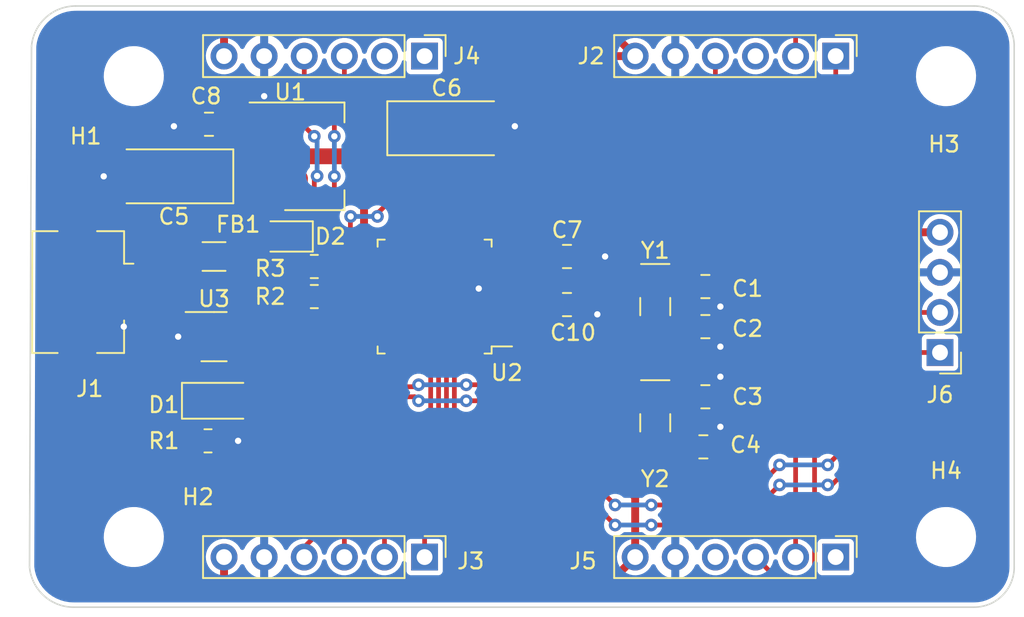
<source format=kicad_pcb>
(kicad_pcb (version 20211014) (generator pcbnew)
  (layers (0 "F.Cu" signal) (31 "B.Cu" signal) (34 "B.Paste" user) (35 "F.Paste" user) (36 "B.SilkS" user "B.Silkscreen") (37 "F.SilkS" user "F.Silkscreen") (38 "B.Mask" user) (39 "F.Mask" user) (44 "Edge.Cuts" user))
  (net 0 "")
  (net 1 "GND")
  (net 2 "Net-(C5-Pad1)")
  (net 3 "+3.3V")
  (net 4 "Net-(D1-Pad1)")
  (net 5 "VBUS")
  (net 7 "/I2S_WS")
  (net 8 "/I2S_SD")
  (net 10 "/I2S_CK")
  (net 11 "/SPI_CS")
  (net 12 "/SPI_MOSI")
  (net 13 "/SPI_MISO")
  (net 14 "/SPI_SCLK")
  (net 17 "/I2C_SCL")
  (net 18 "/I2C_SDA")
  (net 19 "/UART_CTS")
  (net 20 "/UART_TX")
  (net 21 "/UART_RX")
  (net 22 "/UART_RTS")
  (net 29 "/USB_D-")
  (net 30 "/USB_D+")
  (net 31 "/SWDIO")
  (net 32 "/SWCLK")
  (net 38 "/USB_CON_D-")
  (net 39 "/USB_CON_D+")
  (net 40 "unconnected-(J1-Pad6)")
  (net 41 "/OSC_IN")
  (net 42 "/OSC_OUT")
  (net 43 "/OSC32_IN")
  (net 44 "/OSC32_OUT")
  (footprint "MountingHole:MountingHole_3.2mm_M3" (layer "F.Cu") (at 168.275 82.55)
    (fp_text reference "H3" (at -0.127 4.318) (layer "F.SilkS"))
    (fp_text value "M3" hide)
    (pad "" np_thru_hole circle (at 0 0) (size 3.2 3.2) (drill 3.2) (layers *.Cu *.Mask))
  )
  (footprint "Capacitor_SMD:C_0805_2012Metric" (layer "F.Cu") (at 153.035 102.87 180)
    (fp_text reference "C3" (at -2.667 0) (layer "F.SilkS"))
    (fp_text value "22n")
    (pad "1" smd roundrect (at -0.95 0 180) (size 1 1.45) (layers "F.Cu" "F.Paste" "F.Mask") (net 1 "GND"))
    (pad "2" smd roundrect (at 0.95 0 180) (size 1 1.45) (layers "F.Cu" "F.Paste" "F.Mask") (net 44 "/OSC32_OUT"))
  )
  (footprint "Package_TO_SOT_SMD:SOT-23-6" (layer "F.Cu") (at 121.92 99.06)
    (fp_text reference "U3" (at 0 -2.4) (layer "F.SilkS"))
    (fp_text value "USBLC6-2SC6")
    (pad "1" smd roundrect (at -1.1375 -0.95) (size 1.325 0.6) (layers "F.Cu" "F.Paste" "F.Mask") (net 38 "/USB_CON_D-"))
    (pad "2" smd roundrect (at -1.1375 0) (size 1.325 0.6) (layers "F.Cu" "F.Paste" "F.Mask") (net 1 "GND"))
    (pad "3" smd roundrect (at -1.1375 0.95) (size 1.325 0.6) (layers "F.Cu" "F.Paste" "F.Mask") (net 39 "/USB_CON_D+"))
    (pad "4" smd roundrect (at 1.1375 0.95) (size 1.325 0.6) (layers "F.Cu" "F.Paste" "F.Mask") (net 30 "/USB_D+"))
    (pad "5" smd roundrect (at 1.1375 0) (size 1.325 0.6) (layers "F.Cu" "F.Paste" "F.Mask") (net 5 "VBUS"))
    (pad "6" smd roundrect (at 1.1375 -0.95) (size 1.325 0.6) (layers "F.Cu" "F.Paste" "F.Mask") (net 29 "/USB_D-"))
  )
  (footprint "Crystal:Crystal_SMD_G8-2Pin_3.2x1.5mm_HandSoldering" (layer "F.Cu") (at 149.86 104.521 -90)
    (fp_text reference "Y2" (at 3.556 0) (layer "F.SilkS"))
    (fp_text value "32kHz")
    (pad "1" smd rect (at -1.625 0 270) (size 1.75 1.8) (layers "F.Cu" "F.Paste" "F.Mask") (net 44 "/OSC32_OUT"))
    (pad "2" smd rect (at 1.625 0 270) (size 1.75 1.8) (layers "F.Cu" "F.Paste" "F.Mask") (net 43 "/OSC32_IN"))
  )
  (footprint "Capacitor_SMD:C_0805_2012Metric" (layer "F.Cu") (at 153.035 98.425 180)
    (fp_text reference "C2" (at -2.667 -0.127) (layer "F.SilkS"))
    (fp_text value "22n")
    (pad "1" smd roundrect (at -0.95 0 180) (size 1 1.45) (layers "F.Cu" "F.Paste" "F.Mask") (net 1 "GND"))
    (pad "2" smd roundrect (at 0.95 0 180) (size 1 1.45) (layers "F.Cu" "F.Paste" "F.Mask") (net 41 "/OSC_IN"))
  )
  (footprint "Capacitor_Tantalum_SMD:CP_EIA-6032-15_Kemet-U" (layer "F.Cu") (at 136.652 85.852)
    (fp_text reference "C6" (at 0 -2.55) (layer "F.SilkS"))
    (fp_text value "10u")
    (pad "1" smd roundrect (at -2.4625 0) (size 2.075 2.35) (layers "F.Cu" "F.Paste" "F.Mask") (roundrect_rratio 0.1204819277) (net 3 "+3.3V"))
    (pad "2" smd roundrect (at 2.4625 0) (size 2.075 2.35) (layers "F.Cu" "F.Paste" "F.Mask") (roundrect_rratio 0.1204819277) (net 1 "GND"))
  )
  (footprint "Capacitor_SMD:C_0805_2012Metric" (layer "F.Cu") (at 152.908 106.045 180)
    (fp_text reference "C4" (at -2.667 0.127) (layer "F.SilkS"))
    (fp_text value "22n")
    (pad "1" smd roundrect (at -0.95 0 180) (size 1 1.45) (layers "F.Cu" "F.Paste" "F.Mask") (net 1 "GND"))
    (pad "2" smd roundrect (at 0.95 0 180) (size 1 1.45) (layers "F.Cu" "F.Paste" "F.Mask") (net 43 "/OSC32_IN"))
  )
  (footprint "Resistor_SMD:R_0805_2012Metric" (layer "F.Cu") (at 128.27 96.52 180)
    (fp_text reference "R2" (at 2.794 0) (layer "F.SilkS"))
    (fp_text value "1k")
    (pad "1" smd roundrect (at -0.9125 0 180) (size 1.025 1.4) (layers "F.Cu" "F.Paste" "F.Mask") (roundrect_rratio 0.243902439) (net 18 "/I2C_SDA"))
    (pad "2" smd roundrect (at 0.9125 0 180) (size 1.025 1.4) (layers "F.Cu" "F.Paste" "F.Mask") (roundrect_rratio 0.243902439) (net 3 "+3.3V"))
  )
  (footprint "Package_TO_SOT_SMD:SOT-223-3_TabPin2" (layer "F.Cu") (at 128.27 87.63)
    (fp_text reference "U1" (at -1.524 -4.064) (layer "F.SilkS"))
    (fp_text value "AMS1117-3.3")
    (pad "1" smd rect (at -3.15 -2.3) (size 2 1.5) (layers "F.Cu" "F.Paste" "F.Mask") (net 1 "GND"))
    (pad "2" smd rect (at -3.15 0) (size 2 1.5) (layers "F.Cu" "F.Paste" "F.Mask") (net 3 "+3.3V"))
    (pad "2" smd rect (at 3.15 0) (size 2 3.8) (layers "F.Cu" "F.Paste" "F.Mask") (net 3 "+3.3V"))
    (pad "3" smd rect (at -3.15 2.3) (size 2 1.5) (layers "F.Cu" "F.Paste" "F.Mask") (net 2 "Net-(C5-Pad1)"))
  )
  (footprint "Resistor_SMD:R_1206_3216Metric" (layer "F.Cu") (at 121.92 93.98)
    (fp_text reference "FB1" (at 1.524 -2.032) (layer "F.SilkS"))
    (fp_text value "100")
    (pad "1" smd roundrect (at -1.4625 0) (size 1.125 1.75) (layers "F.Cu" "F.Paste" "F.Mask") (roundrect_rratio 0.2222222222) (net 5 "VBUS"))
    (pad "2" smd roundrect (at 1.4625 0) (size 1.125 1.75) (layers "F.Cu" "F.Paste" "F.Mask") (roundrect_rratio 0.2222222222) (net 2 "Net-(C5-Pad1)"))
  )
  (footprint "Package_QFP:LQFP-48_7x7mm_P0.5mm" (layer "F.Cu") (at 135.89 96.52 180)
    (fp_text reference "U2" (at -4.572 -4.826) (layer "F.SilkS"))
    (fp_text value "STM32G0B0CxTx")
    (pad "1" smd roundrect (at -4.1625 -2.75 180) (size 1.475 0.3) (layers "F.Cu" "F.Paste" "F.Mask"))
    (pad "2" smd roundrect (at -4.1625 -2.25 180) (size 1.475 0.3) (layers "F.Cu" "F.Paste" "F.Mask") (net 43 "/OSC32_IN"))
    (pad "3" smd roundrect (at -4.1625 -1.75 180) (size 1.475 0.3) (layers "F.Cu" "F.Paste" "F.Mask") (net 44 "/OSC32_OUT"))
    (pad "4" smd roundrect (at -4.1625 -1.25 180) (size 1.475 0.3) (layers "F.Cu" "F.Paste" "F.Mask") (net 3 "+3.3V"))
    (pad "5" smd roundrect (at -4.1625 -0.75 180) (size 1.475 0.3) (layers "F.Cu" "F.Paste" "F.Mask") (net 3 "+3.3V"))
    (pad "6" smd roundrect (at -4.1625 -0.25 180) (size 1.475 0.3) (layers "F.Cu" "F.Paste" "F.Mask") (net 3 "+3.3V"))
    (pad "7" smd roundrect (at -4.1625 0.25 180) (size 1.475 0.3) (layers "F.Cu" "F.Paste" "F.Mask") (net 1 "GND"))
    (pad "8" smd roundrect (at -4.1625 0.75 180) (size 1.475 0.3) (layers "F.Cu" "F.Paste" "F.Mask") (net 41 "/OSC_IN"))
    (pad "9" smd roundrect (at -4.1625 1.25 180) (size 1.475 0.3) (layers "F.Cu" "F.Paste" "F.Mask") (net 42 "/OSC_OUT"))
    (pad "10" smd roundrect (at -4.1625 1.75 180) (size 1.475 0.3) (layers "F.Cu" "F.Paste" "F.Mask") (net 3 "+3.3V"))
    (pad "11" smd roundrect (at -4.1625 2.25 180) (size 1.475 0.3) (layers "F.Cu" "F.Paste" "F.Mask") (net 20 "/UART_TX"))
    (pad "12" smd roundrect (at -4.1625 2.75 180) (size 1.475 0.3) (layers "F.Cu" "F.Paste" "F.Mask") (net 21 "/UART_RX"))
    (pad "13" smd roundrect (at -2.75 4.1625 180) (size 0.3 1.475) (layers "F.Cu" "F.Paste" "F.Mask"))
    (pad "14" smd roundrect (at -2.25 4.1625 180) (size 0.3 1.475) (layers "F.Cu" "F.Paste" "F.Mask"))
    (pad "15" smd roundrect (at -1.75 4.1625 180) (size 0.3 1.475) (layers "F.Cu" "F.Paste" "F.Mask") (net 8 "/I2S_SD"))
    (pad "16" smd roundrect (at -1.25 4.1625 180) (size 0.3 1.475) (layers "F.Cu" "F.Paste" "F.Mask"))
    (pad "17" smd roundrect (at -0.75 4.1625 180) (size 0.3 1.475) (layers "F.Cu" "F.Paste" "F.Mask"))
    (pad "18" smd roundrect (at -0.25 4.1625 180) (size 0.3 1.475) (layers "F.Cu" "F.Paste" "F.Mask"))
    (pad "19" smd roundrect (at 0.25 4.1625 180) (size 0.3 1.475) (layers "F.Cu" "F.Paste" "F.Mask"))
    (pad "20" smd roundrect (at 0.75 4.1625 180) (size 0.3 1.475) (layers "F.Cu" "F.Paste" "F.Mask"))
    (pad "21" smd roundrect (at 1.25 4.1625 180) (size 0.3 1.475) (layers "F.Cu" "F.Paste" "F.Mask"))
    (pad "22" smd roundrect (at 1.75 4.1625 180) (size 0.3 1.475) (layers "F.Cu" "F.Paste" "F.Mask"))
    (pad "23" smd roundrect (at 2.25 4.1625 180) (size 0.3 1.475) (layers "F.Cu" "F.Paste" "F.Mask"))
    (pad "24" smd roundrect (at 2.75 4.1625 180) (size 0.3 1.475) (layers "F.Cu" "F.Paste" "F.Mask") (net 7 "/I2S_WS"))
    (pad "25" smd roundrect (at 4.1625 2.75 180) (size 1.475 0.3) (layers "F.Cu" "F.Paste" "F.Mask") (net 10 "/I2S_CK"))
    (pad "26" smd roundrect (at 4.1625 2.25 180) (size 1.475 0.3) (layers "F.Cu" "F.Paste" "F.Mask"))
    (pad "27" smd roundrect (at 4.1625 1.75 180) (size 1.475 0.3) (layers "F.Cu" "F.Paste" "F.Mask"))
    (pad "28" smd roundrect (at 4.1625 1.25 180) (size 1.475 0.3) (layers "F.Cu" "F.Paste" "F.Mask"))
    (pad "29" smd roundrect (at 4.1625 0.75 180) (size 1.475 0.3) (layers "F.Cu" "F.Paste" "F.Mask") (net 17 "/I2C_SCL"))
    (pad "30" smd roundrect (at 4.1625 0.25 180) (size 1.475 0.3) (layers "F.Cu" "F.Paste" "F.Mask"))
    (pad "31" smd roundrect (at 4.1625 -0.25 180) (size 1.475 0.3) (layers "F.Cu" "F.Paste" "F.Mask"))
    (pad "32" smd roundrect (at 4.1625 -0.75 180) (size 1.475 0.3) (layers "F.Cu" "F.Paste" "F.Mask") (net 18 "/I2C_SDA"))
    (pad "33" smd roundrect (at 4.1625 -1.25 180) (size 1.475 0.3) (layers "F.Cu" "F.Paste" "F.Mask") (net 29 "/USB_D-"))
    (pad "34" smd roundrect (at 4.1625 -1.75 180) (size 1.475 0.3) (layers "F.Cu" "F.Paste" "F.Mask") (net 30 "/USB_D+"))
    (pad "35" smd roundrect (at 4.1625 -2.25 180) (size 1.475 0.3) (layers "F.Cu" "F.Paste" "F.Mask") (net 31 "/SWDIO"))
    (pad "36" smd roundrect (at 4.1625 -2.75 180) (size 1.475 0.3) (layers "F.Cu" "F.Paste" "F.Mask") (net 32 "/SWCLK"))
    (pad "37" smd roundrect (at 2.75 -4.1625 180) (size 0.3 1.475) (layers "F.Cu" "F.Paste" "F.Mask"))
    (pad "38" smd roundrect (at 2.25 -4.1625 180) (size 0.3 1.475) (layers "F.Cu" "F.Paste" "F.Mask"))
    (pad "39" smd roundrect (at 1.75 -4.1625 180) (size 0.3 1.475) (layers "F.Cu" "F.Paste" "F.Mask"))
    (pad "40" smd roundrect (at 1.25 -4.1625 180) (size 0.3 1.475) (layers "F.Cu" "F.Paste" "F.Mask"))
    (pad "41" smd roundrect (at 0.75 -4.1625 180) (size 0.3 1.475) (layers "F.Cu" "F.Paste" "F.Mask"))
    (pad "42" smd roundrect (at 0.25 -4.1625 180) (size 0.3 1.475) (layers "F.Cu" "F.Paste" "F.Mask") (net 14 "/SPI_SCLK"))
    (pad "43" smd roundrect (at -0.25 -4.1625 180) (size 0.3 1.475) (layers "F.Cu" "F.Paste" "F.Mask") (net 13 "/SPI_MISO"))
    (pad "44" smd roundrect (at -0.75 -4.1625 180) (size 0.3 1.475) (layers "F.Cu" "F.Paste" "F.Mask") (net 12 "/SPI_MOSI"))
    (pad "45" smd roundrect (at -1.25 -4.1625 180) (size 0.3 1.475) (layers "F.Cu" "F.Paste" "F.Mask") (net 11 "/SPI_CS"))
    (pad "46" smd roundrect (at -1.75 -4.1625 180) (size 0.3 1.475) (layers "F.Cu" "F.Paste" "F.Mask"))
    (pad "47" smd roundrect (at -2.25 -4.1625 180) (size 0.3 1.475) (layers "F.Cu" "F.Paste" "F.Mask"))
    (pad "48" smd roundrect (at -2.75 -4.1625 180) (size 0.3 1.475) (layers "F.Cu" "F.Paste" "F.Mask"))
  )
  (footprint "Crystal:Crystal_SMD_G8-2Pin_3.2x1.5mm_HandSoldering" (layer "F.Cu") (at 149.86 97.155 -90)
    (fp_text reference "Y1" (at -3.556 0) (layer "F.SilkS"))
    (fp_text value "24MHz")
    (pad "1" smd rect (at -1.625 0 270) (size 1.75 1.8) (layers "F.Cu" "F.Paste" "F.Mask") (net 42 "/OSC_OUT"))
    (pad "2" smd rect (at 1.625 0 270) (size 1.75 1.8) (layers "F.Cu" "F.Paste" "F.Mask") (net 41 "/OSC_IN"))
  )
  (footprint "Connector_PinHeader_2.54mm:PinHeader_1x06_P2.54mm_Vertical" (layer "F.Cu") (at 135.255 113.03 -90)
    (fp_text reference "J3" (at 0.254 -2.921) (layer "F.SilkS"))
    (fp_text value "SPI_PMOD_CON")
    (pad "1" thru_hole rect (at 0 0 270) (size 1.7 1.7) (drill 1) (layers *.Cu *.Mask) (net 11 "/SPI_CS"))
    (pad "2" thru_hole oval (at 0 2.54 270) (size 1.7 1.7) (drill 1) (layers *.Cu *.Mask) (net 12 "/SPI_MOSI"))
    (pad "3" thru_hole oval (at 0 5.08 270) (size 1.7 1.7) (drill 1) (layers *.Cu *.Mask) (net 13 "/SPI_MISO"))
    (pad "4" thru_hole oval (at 0 7.62 270) (size 1.7 1.7) (drill 1) (layers *.Cu *.Mask) (net 14 "/SPI_SCLK"))
    (pad "5" thru_hole oval (at 0 10.16 270) (size 1.7 1.7) (drill 1) (layers *.Cu *.Mask) (net 1 "GND"))
    (pad "6" thru_hole oval (at 0 12.7 270) (size 1.7 1.7) (drill 1) (layers *.Cu *.Mask) (net 3 "+3.3V"))
  )
  (footprint "Diode_SMD:D_0805_2012Metric" (layer "F.Cu") (at 126.492 92.71 180)
    (fp_text reference "D2" (at -2.794 0) (layer "F.SilkS"))
    (fp_text value "DIODE")
    (pad "1" smd roundrect (at -0.9375 0 180) (size 0.975 1.4) (layers "F.Cu" "F.Paste" "F.Mask") (net 3 "+3.3V"))
    (pad "2" smd roundrect (at 0.9375 0 180) (size 0.975 1.4) (layers "F.Cu" "F.Paste" "F.Mask") (net 2 "Net-(C5-Pad1)"))
  )
  (footprint "MountingHole:MountingHole_3.2mm_M3" (layer "F.Cu") (at 116.84 111.76)
    (fp_text reference "H2" (at 4.064 -2.54) (layer "F.SilkS"))
    (fp_text value "M3" hide)
    (pad "" np_thru_hole circle (at 0 0) (size 3.2 3.2) (drill 3.2) (layers *.Cu *.Mask))
  )
  (footprint "Capacitor_SMD:C_0805_2012Metric" (layer "F.Cu") (at 121.6 85.598 180)
    (fp_text reference "C8" (at 0.188 1.778) (layer "F.SilkS"))
    (fp_text value "100n")
    (pad "1" smd roundrect (at -0.95 0 180) (size 1 1.45) (layers "F.Cu" "F.Paste" "F.Mask") (net 2 "Net-(C5-Pad1)"))
    (pad "2" smd roundrect (at 0.95 0 180) (size 1 1.45) (layers "F.Cu" "F.Paste" "F.Mask") (net 1 "GND"))
  )
  (footprint "MountingHole:MountingHole_3.2mm_M3" (layer "F.Cu") (at 168.275 111.76)
    (fp_text reference "H4" (at 0 -4.2) (layer "F.SilkS"))
    (fp_text value "M3" hide)
    (pad "" np_thru_hole circle (at 0 0) (size 3.2 3.2) (drill 3.2) (layers *.Cu *.Mask))
  )
  (footprint "Connector_PinHeader_2.54mm:PinHeader_1x06_P2.54mm_Vertical" (layer "F.Cu") (at 161.29 113.03 -90)
    (fp_text reference "J5" (at 0.254 16.002) (layer "F.SilkS"))
    (fp_text value "UART_PMOD_CON")
    (pad "1" thru_hole rect (at 0 0 270) (size 1.7 1.7) (drill 1) (layers *.Cu *.Mask) (net 19 "/UART_CTS"))
    (pad "2" thru_hole oval (at 0 2.54 270) (size 1.7 1.7) (drill 1) (layers *.Cu *.Mask) (net 20 "/UART_TX"))
    (pad "3" thru_hole oval (at 0 5.08 270) (size 1.7 1.7) (drill 1) (layers *.Cu *.Mask) (net 21 "/UART_RX"))
    (pad "4" thru_hole oval (at 0 7.62 270) (size 1.7 1.7) (drill 1) (layers *.Cu *.Mask) (net 22 "/UART_RTS"))
    (pad "5" thru_hole oval (at 0 10.16 270) (size 1.7 1.7) (drill 1) (layers *.Cu *.Mask) (net 1 "GND"))
    (pad "6" thru_hole oval (at 0 12.7 270) (size 1.7 1.7) (drill 1) (layers *.Cu *.Mask) (net 3 "+3.3V"))
  )
  (footprint "Capacitor_SMD:C_0805_2012Metric" (layer "F.Cu") (at 153.035 95.885 180)
    (fp_text reference "C1" (at -2.667 -0.127) (layer "F.SilkS"))
    (fp_text value "22n")
    (pad "1" smd roundrect (at -0.95 0 180) (size 1 1.45) (layers "F.Cu" "F.Paste" "F.Mask") (net 1 "GND"))
    (pad "2" smd roundrect (at 0.95 0 180) (size 1 1.45) (layers "F.Cu" "F.Paste" "F.Mask") (net 42 "/OSC_OUT"))
  )
  (footprint "Resistor_SMD:R_0805_2012Metric" (layer "F.Cu") (at 121.539 105.664)
    (fp_text reference "R1" (at -2.794 0) (layer "F.SilkS"))
    (fp_text value "4k7")
    (pad "1" smd roundrect (at -0.9125 0) (size 1.025 1.4) (layers "F.Cu" "F.Paste" "F.Mask") (roundrect_rratio 0.243902439) (net 4 "Net-(D1-Pad1)"))
    (pad "2" smd roundrect (at 0.9125 0) (size 1.025 1.4) (layers "F.Cu" "F.Paste" "F.Mask") (roundrect_rratio 0.243902439) (net 1 "GND"))
  )
  (footprint "Diode_SMD:D_1206_3216Metric" (layer "F.Cu") (at 122.174 103.124)
    (fp_text reference "D1" (at -3.429 0.254) (layer "F.SilkS"))
    (fp_text value "LED")
    (pad "1" smd roundrect (at -1.4 0) (size 1.25 1.75) (layers "F.Cu" "F.Paste" "F.Mask") (roundrect_rratio 0.2) (net 4 "Net-(D1-Pad1)"))
    (pad "2" smd roundrect (at 1.4 0) (size 1.25 1.75) (layers "F.Cu" "F.Paste" "F.Mask") (roundrect_rratio 0.2) (net 5 "VBUS"))
  )
  (footprint "Connector_USB:USB_Micro-B_Amphenol_10104110_Horizontal" (layer "F.Cu") (at 114.565 96.235 -90)
    (fp_text reference "J1" (at 6.127 0.519 180) (layer "F.SilkS"))
    (fp_text value "USB_B_Micro")
    (pad "1" smd rect (at -1.3 -1.55 270) (size 0.4 1.4) (layers "F.Cu" "F.Paste" "F.Mask") (net 5 "VBUS"))
    (pad "2" smd rect (at -0.65 -1.55 270) (size 0.4 1.4) (layers "F.Cu" "F.Paste" "F.Mask") (net 38 "/USB_CON_D-"))
    (pad "3" smd rect (at 0 -1.55 270) (size 0.4 1.4) (layers "F.Cu" "F.Paste" "F.Mask") (net 39 "/USB_CON_D+"))
    (pad "4" smd rect (at 0.65 -1.55 270) (size 0.4 1.4) (layers "F.Cu" "F.Paste" "F.Mask"))
    (pad "5" smd rect (at 1.3 -1.55 270) (size 0.4 1.4) (layers "F.Cu" "F.Paste" "F.Mask") (net 1 "GND"))
    (pad "6" smd rect (at -3.75 1.3 270) (size 2.3 1.9) (layers "F.Cu" "F.Paste" "F.Mask") (net 40 "unconnected-(J1-Pad6)"))
    (pad "6" smd rect (at 3.75 1.3 270) (size 2.3 1.9) (layers "F.Cu" "F.Paste" "F.Mask") (net 40 "unconnected-(J1-Pad6)"))
    (pad "6" smd rect (at -1.15 1.3 270) (size 1.8 1.9) (layers "F.Cu" "F.Paste" "F.Mask") (net 40 "unconnected-(J1-Pad6)"))
    (pad "6" smd rect (at 1.15 1.3 270) (size 1.8 1.9) (layers "F.Cu" "F.Paste" "F.Mask") (net 40 "unconnected-(J1-Pad6)"))
  )
  (footprint "Resistor_SMD:R_0805_2012Metric" (layer "F.Cu") (at 128.27 94.615 180)
    (fp_text reference "R3" (at 2.794 -0.127) (layer "F.SilkS"))
    (fp_text value "1k")
    (pad "1" smd roundrect (at -0.9125 0 180) (size 1.025 1.4) (layers "F.Cu" "F.Paste" "F.Mask") (roundrect_rratio 0.243902439) (net 17 "/I2C_SCL"))
    (pad "2" smd roundrect (at 0.9125 0 180) (size 1.025 1.4) (layers "F.Cu" "F.Paste" "F.Mask") (roundrect_rratio 0.243902439) (net 3 "+3.3V"))
  )
  (footprint "Capacitor_SMD:C_0805_2012Metric" (layer "F.Cu") (at 144.272 97.028)
    (fp_text reference "C10" (at 0.381 1.778) (layer "F.SilkS"))
    (fp_text value "100n")
    (pad "1" smd roundrect (at -0.95 0) (size 1 1.45) (layers "F.Cu" "F.Paste" "F.Mask") (net 3 "+3.3V"))
    (pad "2" smd roundrect (at 0.95 0) (size 1 1.45) (layers "F.Cu" "F.Paste" "F.Mask") (net 1 "GND"))
  )
  (footprint "Connector_PinHeader_2.54mm:PinHeader_1x06_P2.54mm_Vertical" (layer "F.Cu") (at 161.29 81.28 -90)
    (fp_text reference "J2" (at 0 15.494 180) (layer "F.SilkS"))
    (fp_text value "I2S_PMOD_CON")
    (pad "1" thru_hole rect (at 0 0 270) (size 1.7 1.7) (drill 1) (layers *.Cu *.Mask) (net 7 "/I2S_WS"))
    (pad "2" thru_hole oval (at 0 2.54 270) (size 1.7 1.7) (drill 1) (layers *.Cu *.Mask) (net 8 "/I2S_SD"))
    (pad "3" thru_hole oval (at 0 5.08 270) (size 1.7 1.7) (drill 1) (layers *.Cu *.Mask))
    (pad "4" thru_hole oval (at 0 7.62 270) (size 1.7 1.7) (drill 1) (layers *.Cu *.Mask) (net 10 "/I2S_CK"))
    (pad "5" thru_hole oval (at 0 10.16 270) (size 1.7 1.7) (drill 1) (layers *.Cu *.Mask) (net 1 "GND"))
    (pad "6" thru_hole oval (at 0 12.7 270) (size 1.7 1.7) (drill 1) (layers *.Cu *.Mask) (net 3 "+3.3V"))
  )
  (footprint "MountingHole:MountingHole_3.2mm_M3" (layer "F.Cu") (at 116.84 82.55)
    (fp_text reference "H1" (at -3.048 3.81) (layer "F.SilkS"))
    (fp_text value "M3" hide)
    (pad "" np_thru_hole circle (at 0 0) (size 3.2 3.2) (drill 3.2) (layers *.Cu *.Mask))
  )
  (footprint "Capacitor_Tantalum_SMD:CP_EIA-6032-15_Kemet-U" (layer "F.Cu") (at 119.38 88.9 180)
    (fp_text reference "C5" (at 0 -2.55) (layer "F.SilkS"))
    (fp_text value "10u")
    (pad "1" smd roundrect (at -2.4625 0 180) (size 2.075 2.35) (layers "F.Cu" "F.Paste" "F.Mask") (roundrect_rratio 0.1204819277) (net 2 "Net-(C5-Pad1)"))
    (pad "2" smd roundrect (at 2.4625 0 180) (size 2.075 2.35) (layers "F.Cu" "F.Paste" "F.Mask") (roundrect_rratio 0.1204819277) (net 1 "GND"))
  )
  (footprint "Connector_PinHeader_2.54mm:PinHeader_1x06_P2.54mm_Vertical" (layer "F.Cu") (at 135.255 81.28 -90)
    (fp_text reference "J4" (at 0 -2.667) (layer "F.SilkS"))
    (fp_text value "I2C_PMOD_CON")
    (pad "1" thru_hole rect (at 0 0 270) (size 1.7 1.7) (drill 1) (layers *.Cu *.Mask))
    (pad "2" thru_hole oval (at 0 2.54 270) (size 1.7 1.7) (drill 1) (layers *.Cu *.Mask))
    (pad "3" thru_hole oval (at 0 5.08 270) (size 1.7 1.7) (drill 1) (layers *.Cu *.Mask) (net 17 "/I2C_SCL"))
    (pad "4" thru_hole oval (at 0 7.62 270) (size 1.7 1.7) (drill 1) (layers *.Cu *.Mask) (net 18 "/I2C_SDA"))
    (pad "5" thru_hole oval (at 0 10.16 270) (size 1.7 1.7) (drill 1) (layers *.Cu *.Mask) (net 1 "GND"))
    (pad "6" thru_hole oval (at 0 12.7 270) (size 1.7 1.7) (drill 1) (layers *.Cu *.Mask) (net 3 "+3.3V"))
  )
  (footprint "Capacitor_SMD:C_0805_2012Metric" (layer "F.Cu") (at 144.272 93.98)
    (fp_text reference "C7" (at 0 -1.68) (layer "F.SilkS"))
    (fp_text value "100n")
    (pad "1" smd roundrect (at -0.95 0) (size 1 1.45) (layers "F.Cu" "F.Paste" "F.Mask") (net 3 "+3.3V"))
    (pad "2" smd roundrect (at 0.95 0) (size 1 1.45) (layers "F.Cu" "F.Paste" "F.Mask") (net 1 "GND"))
  )
  (footprint "Connector_PinHeader_2.54mm:PinHeader_1x04_P2.54mm_Vertical" (layer "F.Cu") (at 167.894 100.066 180)
    (fp_text reference "J6" (at 0 -2.677 180) (layer "F.SilkS"))
    (fp_text value "SWD_DEBUG_CON")
    (pad "1" thru_hole rect (at 0 0 180) (size 1.7 1.7) (drill 1) (layers *.Cu *.Mask) (net 31 "/SWDIO"))
    (pad "2" thru_hole oval (at 0 2.54 180) (size 1.7 1.7) (drill 1) (layers *.Cu *.Mask) (net 32 "/SWCLK"))
    (pad "3" thru_hole oval (at 0 5.08 180) (size 1.7 1.7) (drill 1) (layers *.Cu *.Mask) (net 1 "GND"))
    (pad "4" thru_hole oval (at 0 7.62 180) (size 1.7 1.7) (drill 1) (layers *.Cu *.Mask) (net 3 "+3.3V"))
  )
  (gr_arc (start 113.03 116.205) (mid 111.142009 115.47509) (end 110.236 113.665) (layer "Edge.Cuts") (width 0.1))
  (gr_arc (start 110.363 80.645) (mid 111.269009 78.83491) (end 113.157 78.105) (layer "Edge.Cuts") (width 0.1))
  (gr_arc (start 170.053 78.105) (mid 171.849051 78.848949) (end 172.593 80.645) (layer "Edge.Cuts") (width 0.1))
  (gr_line (start 170.053 78.105) (end 113.157 78.105) (layer "Edge.Cuts") (width 0.1))
  (gr_arc (start 172.593 113.665) (mid 171.849051 115.461051) (end 170.053 116.205) (layer "Edge.Cuts") (width 0.1))
  (gr_line (start 113.03 116.205) (end 170.053 116.205) (layer "Edge.Cuts") (width 0.1))
  (gr_line (start 110.363 80.645) (end 110.236 113.665) (layer "Edge.Cuts") (width 0.1))
  (gr_line (start 172.593 113.665) (end 172.593 80.645) (layer "Edge.Cuts") (width 0.1))
  (segment (start 145.575082 97.028) (end 146.193541 97.646459) (width 1) (layer "F.Cu") (net 1))
  (segment (start 125.12 83.845) (end 125.095 83.82) (width 1) (layer "F.Cu") (net 1))
  (segment (start 120.7825 99.06) (end 119.648352 99.06) (width 0.5) (layer "F.Cu") (net 1))
  (segment (start 119.648352 99.06) (end 119.648332 99.05998) (width 0.5) (layer "F.Cu") (net 1))
  (segment (start 153.985 100.015) (end 153.985 101.285) (width 1) (layer "F.Cu") (net 1))
  (segment (start 119.507 85.598) (end 119.38 85.725) (width 1) (layer "F.Cu") (net 1))
  (segment (start 116.115 97.535) (end 116.115 98.335) (width 0.5) (layer "F.Cu") (net 1))
  (segment (start 153.985 97.475) (end 153.985 100.015) (width 1) (layer "F.Cu") (net 1))
  (segment (start 153.985 101.285) (end 153.985 104.46) (width 1) (layer "F.Cu") (net 1))
  (segment (start 120.65 85.598) (end 119.507 85.598) (width 1) (layer "F.Cu") (net 1))
  (segment (start 140.843 85.852) (end 140.97 85.725) (width 1) (layer "F.Cu") (net 1))
  (segment (start 153.985 104.46) (end 153.985 105.918) (width 1) (layer "F.Cu") (net 1))
  (segment (start 116.115 98.335) (end 116.205 98.425) (width 0.5) (layer "F.Cu") (net 1))
  (segment (start 140.0525 96.27) (end 138.942 96.27) (width 0.3) (layer "F.Cu") (net 1))
  (segment (start 116.84 88.9) (end 114.935 88.9) (width 1) (layer "F.Cu") (net 1))
  (segment (start 122.4515 105.664) (end 123.444 105.664) (width 1) (layer "F.Cu") (net 1))
  (segment (start 125.12 85.33) (end 125.12 83.845) (width 1) (layer "F.Cu") (net 1))
  (segment (start 153.985 95.885) (end 153.985 97.475) (width 1) (layer "F.Cu") (net 1))
  (segment (start 116.9175 88.9) (end 116.84 88.9) (width 1) (layer "F.Cu") (net 1))
  (segment (start 145.222 93.98) (end 146.685 93.98) (width 1) (layer "F.Cu") (net 1))
  (segment (start 145.222 97.028) (end 145.575082 97.028) (width 1) (layer "F.Cu") (net 1))
  (segment (start 138.942 96.27) (end 138.684 96.012) (width 0.3) (layer "F.Cu") (net 1))
  (segment (start 139.1145 85.852) (end 140.843 85.852) (width 1) (layer "F.Cu") (net 1))
  (segment (start 153.985 105.918) (end 153.858 106.045) (width 1) (layer "F.Cu") (net 1))
  (via (at 119.648332 99.05998) (size 0.8) (drill 0.4) (layers "F.Cu" "B.Cu") (net 1))
  (via (at 140.97 85.725) (size 0.8) (drill 0.4) (layers "F.Cu" "B.Cu") (net 1))
  (via (at 146.685 93.98) (size 0.8) (drill 0.4) (layers "F.Cu" "B.Cu") (net 1))
  (via (at 123.444 105.664) (size 0.8) (drill 0.4) (layers "F.Cu" "B.Cu") (net 1))
  (via (at 119.38 85.725) (size 0.8) (drill 0.4) (layers "F.Cu" "B.Cu") (net 1))
  (via (at 153.985 104.775) (size 0.8) (drill 0.4) (layers "F.Cu" "B.Cu") (net 1))
  (via (at 125.095 83.82) (size 0.8) (drill 0.4) (layers "F.Cu" "B.Cu") (net 1))
  (via (at 116.205 98.425) (size 0.8) (drill 0.4) (layers "F.Cu" "B.Cu") (net 1))
  (via (at 153.985 97.155) (size 0.8) (drill 0.4) (layers "F.Cu" "B.Cu") (net 1))
  (via (at 114.935 88.9) (size 0.8) (drill 0.4) (layers "F.Cu" "B.Cu") (net 1))
  (via (at 146.193541 97.646459) (size 0.8) (drill 0.4) (layers "F.Cu" "B.Cu") (net 1))
  (via (at 153.985 101.6) (size 0.8) (drill 0.4) (layers "F.Cu" "B.Cu") (net 1))
  (via (at 138.684 96.012) (size 0.8) (drill 0.4) (layers "F.Cu" "B.Cu") (net 1))
  (via (at 153.985 99.695) (size 0.8) (drill 0.4) (layers "F.Cu" "B.Cu") (net 1))
  (segment (start 123.3825 91.6675) (end 125.12 89.93) (width 1) (layer "F.Cu") (net 2))
  (segment (start 125.12 89.93) (end 125.12 92.2755) (width 1) (layer "F.Cu") (net 2))
  (segment (start 122.55 88.1925) (end 121.8425 88.9) (width 1) (layer "F.Cu") (net 2))
  (segment (start 125.12 92.2755) (end 125.5545 92.71) (width 1) (layer "F.Cu") (net 2))
  (segment (start 121.8425 88.9) (end 122.8725 89.93) (width 1) (layer "F.Cu") (net 2))
  (segment (start 122.8725 89.93) (end 125.12 89.93) (width 1) (layer "F.Cu") (net 2))
  (segment (start 123.3825 93.98) (end 123.3825 91.6675) (width 1) (layer "F.Cu") (net 2))
  (segment (start 122.55 85.598) (end 122.55 88.1925) (width 1) (layer "F.Cu") (net 2))
  (segment (start 143.08 97.27) (end 143.322 97.028) (width 0.3) (layer "F.Cu") (net 3))
  (segment (start 156.464 92.456) (end 154.559 90.551) (width 0.5) (layer "F.Cu") (net 3))
  (segment (start 123.19 79.375) (end 146.685 79.375) (width 0.5) (layer "F.Cu") (net 3))
  (segment (start 122.555 80.01) (end 123.19 79.375) (width 0.5) (layer "F.Cu") (net 3))
  (segment (start 140.0525 97.77) (end 138.45 97.77) (width 0.3) (layer "F.Cu") (net 3))
  (segment (start 140.081 92.329) (end 139.7 92.71) (width 0.5) (layer "F.Cu") (net 3))
  (segment (start 131.42 87.63) (end 132.4115 87.63) (width 1) (layer "F.Cu") (net 3))
  (segment (start 131.42 87.63) (end 131.517 87.727) (width 1) (layer "F.Cu") (net 3))
  (segment (start 133.35 93.98) (end 133.604 93.726) (width 0.3) (layer "F.Cu") (net 3))
  (segment (start 138.45 97.77) (end 138.43 97.79) (width 0.3) (layer "F.Cu") (net 3))
  (segment (start 125.97 87.63) (end 127.3575 89.0175) (width 1) (layer "F.Cu") (net 3))
  (segment (start 138.7615 81.28) (end 134.1895 85.852) (width 0.5) (layer "F.Cu") (net 3))
  (segment (start 140.0525 94.77) (end 142.532 94.77) (width 0.3) (layer "F.Cu") (net 3))
  (segment (start 137.668 95.504) (end 138.402 94.77) (width 0.3) (layer "F.Cu") (net 3))
  (segment (start 125.12 87.63) (end 131.42 87.63) (width 1) (layer "F.Cu") (net 3))
  (segment (start 131.42 92.05) (end 132.08 92.71) (width 0.5) (layer "F.Cu") (net 3))
  (segment (start 133.223 93.853) (end 133.35 93.98) (width 0.3) (layer "F.Cu") (net 3))
  (segment (start 141.605 92.329) (end 140.081 92.329) (width 0.5) (layer "F.Cu") (net 3))
  (segment (start 138.43 94.742) (end 138.43 93.726) (width 0.3) (layer "F.Cu") (net 3))
  (segment (start 143.064 96.77) (end 143.322 97.028) (width 0.3) (layer "F.Cu") (net 3))
  (segment (start 138.434 96.77) (end 138.303 96.901) (width 0.3) (layer "F.Cu") (net 3))
  (segment (start 165.1 92.456) (end 156.464 92.456) (width 0.5) (layer "F.Cu") (net 3))
  (segment (start 133.35 99.314) (end 138.43 99.314) (width 0.3) (layer "F.Cu") (net 3))
  (segment (start 138.43 93.726) (end 133.604 93.726) (width 0.3) (layer "F.Cu") (net 3))
  (segment (start 122.555 81.28) (end 122.555 80.01) (width 0.5) (layer "F.Cu") (net 3))
  (segment (start 165.11 92.446) (end 165.1 92.456) (width 0.5) (layer "F.Cu") (net 3))
  (segment (start 123.19 114.935) (end 146.685 114.935) (width 0.5) (layer "F.Cu") (net 3))
  (segment (start 140.0525 94.77) (end 138.402 94.77) (width 0.3) (layer "F.Cu") (net 3))
  (segment (start 138.402 94.77) (end 138.43 94.742) (width 0.3) (layer "F.Cu") (net 3))
  (segment (start 140.0525 96.77) (end 138.434 96.77) (width 0.3) (layer "F.Cu") (net 3))
  (segment (start 146.685 79.375) (end 148.59 81.28) (width 0.5) (layer "F.Cu") (net 3))
  (segment (start 143.383 90.551) (end 141.605 92.329) (width 0.5) (layer "F.Cu") (net 3))
  (segment (start 142.58 97.77) (end 143.322 97.028) (width 0.3) (layer "F.Cu") (net 3))
  (segment (start 140.0525 97.77) (end 142.58 97.77) (width 0.3) (layer "F.Cu") (net 3))
  (segment (start 132.08 92.71) (end 133.223 93.853) (width 0.3) (layer "F.Cu") (net 3))
  (segment (start 133.35 93.726) (end 133.223 93.853) (width 0.3) (layer "F.Cu") (net 3))
  (segment (start 140.0525 96.77) (end 143.064 96.77) (width 0.3) (layer "F.Cu") (net 3))
  (segment (start 125.12 87.63) (end 125.97 87.63) (width 1) (layer "F.Cu") (net 3))
  (segment (start 127.3575 89.0175) (end 127.3575 96.52) (width 1) (layer "F.Cu") (net 3))
  (segment (start 132.4115 87.63) (end 134.1895 85.852) (width 1) (layer "F.Cu") (net 3))
  (segment (start 140.0525 97.27) (end 138.442 97.27) (width 0.3) (layer "F.Cu") (net 3))
  (segment (start 148.59 81.28) (end 138.7615 81.28) (width 0.5) (layer "F.Cu") (net 3))
  (segment (start 138.684 99.314) (end 138.43 99.314) (width 0.3) (layer "F.Cu") (net 3))
  (segment (start 138.43 97.282) (end 138.43 97.028) (width 0.3) (layer "F.Cu") (net 3))
  (segment (start 138.43 93.726) (end 138.684 93.726) (width 0.3) (layer "F.Cu") (net 3))
  (segment (start 154.559 90.551) (end 143.383 90.551) (width 0.5) (layer "F.Cu") (net 3))
  (segment (start 138.684 93.726) (end 139.7 92.71) (width 0.3) (layer "F.Cu") (net 3))
  (segment (start 167.894 92.446) (end 165.11 92.446) (width 0.5) (layer "F.Cu") (net 3))
  (segment (start 133.35 93.98) (end 133.35 99.314) (width 0.3) (layer "F.Cu") (net 3))
  (segment (start 137.668 96.266) (end 137.668 95.504) (width 0.3) (layer "F.Cu") (net 3))
  (segment (start 138.303 96.901) (end 137.668 96.266) (width 0.3) (layer "F.Cu") (net 3))
  (segment (start 148.59 109.22) (end 139.7 100.33) (width 0.5) (layer "F.Cu") (net 3))
  (segment (start 131.42 87.63) (end 131.42 92.05) (width 0.5) (layer "F.Cu") (net 3))
  (segment (start 148.59 113.03) (end 148.59 109.22) (width 0.5) (layer "F.Cu") (net 3))
  (segment (start 140.0525 97.27) (end 143.08 97.27) (width 0.3) (layer "F.Cu") (net 3))
  (segment (start 142.532 94.77) (end 143.322 93.98) (width 0.3) (layer "F.Cu") (net 3))
  (segment (start 138.43 97.79) (end 138.43 97.282) (width 0.3) (layer "F.Cu") (net 3))
  (segment (start 139.7 100.33) (end 138.684 99.314) (width 0.3) (layer "F.Cu") (net 3))
  (segment (start 138.43 97.028) (end 138.303 96.901) (width 0.3) (layer "F.Cu") (net 3))
  (segment (start 138.43 99.314) (end 138.43 97.79) (width 0.3) (layer "F.Cu") (net 3))
  (segment (start 138.442 97.27) (end 138.43 97.282) (width 0.3) (layer "F.Cu") (net 3))
  (segment (start 122.555 114.3) (end 123.19 114.935) (width 0.5) (layer "F.Cu") (net 3))
  (segment (start 133.604 93.726) (end 133.35 93.726) (width 0.3) (layer "F.Cu") (net 3))
  (segment (start 122.555 113.03) (end 122.555 114.3) (width 0.5) (layer "F.Cu") (net 3))
  (segment (start 146.685 114.935) (end 148.59 113.03) (width 0.5) (layer "F.Cu") (net 3))
  (segment (start 120.774 103.124) (end 120.774 105.5165) (width 0.5) (layer "F.Cu") (net 4))
  (segment (start 120.774 105.5165) (end 120.6265 105.664) (width 0.5) (layer "F.Cu") (net 4))
  (segment (start 119.5025 94.935) (end 120.4575 93.98) (width 0.5) (layer "F.Cu") (net 5))
  (segment (start 123.0575 99.06) (end 121.92 99.06) (width 0.5) (layer "F.Cu") (net 5))
  (segment (start 116.115 94.935) (end 119.5025 94.935) (width 0.5) (layer "F.Cu") (net 5))
  (segment (start 121.92 99.06) (end 121.92 95.4425) (width 0.5) (layer "F.Cu") (net 5))
  (segment (start 121.92 95.4425) (end 120.4575 93.98) (width 0.5) (layer "F.Cu") (net 5))
  (segment (start 121.92 101.47) (end 123.574 103.124) (width 0.5) (layer "F.Cu") (net 5))
  (segment (start 121.92 99.06) (end 121.92 101.47) (width 0.5) (layer "F.Cu") (net 5))
  (segment (start 160.02 84.328) (end 161.29 83.058) (width 0.3) (layer "F.Cu") (net 7))
  (segment (start 146.812 84.328) (end 160.02 84.328) (width 0.3) (layer "F.Cu") (net 7))
  (segment (start 133.14 92.3575) (end 133.14 91.396) (width 0.3) (layer "F.Cu") (net 7))
  (segment (start 134.62 89.916) (end 141.224 89.916) (width 0.3) (layer "F.Cu") (net 7))
  (segment (start 141.224 89.916) (end 146.812 84.328) (width 0.3) (layer "F.Cu") (net 7))
  (segment (start 133.14 91.396) (end 134.62 89.916) (width 0.3) (layer "F.Cu") (net 7))
  (segment (start 161.29 83.058) (end 161.29 81.28) (width 0.3) (layer "F.Cu") (net 7))
  (segment (start 137.64 92.3575) (end 137.64 91.468) (width 0.3) (layer "F.Cu") (net 8))
  (segment (start 138.43 90.678) (end 141.986 90.678) (width 0.3) (layer "F.Cu") (net 8))
  (segment (start 141.986 90.678) (end 147.32 85.344) (width 0.3) (layer "F.Cu") (net 8))
  (segment (start 147.32 85.344) (end 160.528 85.344) (width 0.3) (layer "F.Cu") (net 8))
  (segment (start 159.385 79.375) (end 158.75 80.01) (width 0.3) (layer "F.Cu") (net 8))
  (segment (start 163.068 82.804) (end 163.068 79.883) (width 0.3) (layer "F.Cu") (net 8))
  (segment (start 160.528 85.344) (end 163.068 82.804) (width 0.3) (layer "F.Cu") (net 8))
  (segment (start 137.64 91.468) (end 138.43 90.678) (width 0.3) (layer "F.Cu") (net 8))
  (segment (start 163.068 79.883) (end 162.56 79.375) (width 0.3) (layer "F.Cu") (net 8))
  (segment (start 158.75 80.01) (end 158.75 81.28) (width 0.3) (layer "F.Cu") (net 8))
  (segment (start 162.56 79.375) (end 159.385 79.375) (width 0.3) (layer "F.Cu") (net 8))
  (segment (start 130.556 93.472) (end 130.556 91.4545) (width 0.3) (layer "F.Cu") (net 10))
  (segment (start 153.67 82.55) (end 153.67 81.28) (width 0.3) (layer "F.Cu") (net 10))
  (segment (start 130.854 93.77) (end 131.7275 93.77) (width 0.3) (layer "F.Cu") (net 10))
  (segment (start 146.304 83.312) (end 152.908 83.312) (width 0.3) (layer "F.Cu") (net 10))
  (segment (start 152.908 83.312) (end 153.67 82.55) (width 0.3) (layer "F.Cu") (net 10))
  (segment (start 130.556 91.4545) (end 130.5705 91.44) (width 0.3) (layer "F.Cu") (net 10))
  (segment (start 132.2695 91.2505) (end 132.2695 91.44) (width 0.3) (layer "F.Cu") (net 10))
  (segment (start 130.556 93.472) (end 130.854 93.77) (width 0.3) (layer "F.Cu") (net 10))
  (segment (start 140.716 88.9) (end 146.304 83.312) (width 0.3) (layer "F.Cu") (net 10))
  (segment (start 134.62 88.9) (end 140.716 88.9) (width 0.3) (layer "F.Cu") (net 10))
  (segment (start 134.62 88.9) (end 132.2695 91.2505) (width 0.3) (layer "F.Cu") (net 10))
  (via (at 130.5705 91.44) (size 0.8) (drill 0.4) (layers "F.Cu" "B.Cu") (net 10))
  (via (at 132.2695 91.44) (size 0.8) (drill 0.4) (layers "F.Cu" "B.Cu") (net 10))
  (segment (start 130.5705 91.44) (end 132.2695 91.44) (width 0.3) (layer "B.Cu") (net 10))
  (segment (start 137.14 105.771603) (end 135.255 107.656603) (width 0.3) (layer "F.Cu") (net 11))
  (segment (start 137.14 100.6825) (end 137.14 105.771603) (width 0.3) (layer "F.Cu") (net 11))
  (segment (start 135.255 107.656603) (end 135.255 113.03) (width 0.3) (layer "F.Cu") (net 11))
  (segment (start 136.64 100.6825) (end 136.64 105.295) (width 0.3) (layer "F.Cu") (net 12))
  (segment (start 132.715 109.22) (end 132.715 113.03) (width 0.3) (layer "F.Cu") (net 12))
  (segment (start 136.64 105.295) (end 132.715 109.22) (width 0.3) (layer "F.Cu") (net 12))
  (segment (start 130.175 110.800849) (end 130.175 113.03) (width 0.3) (layer "F.Cu") (net 13))
  (segment (start 136.14 104.835849) (end 130.175 110.800849) (width 0.3) (layer "F.Cu") (net 13))
  (segment (start 136.14 100.6825) (end 136.14 104.835849) (width 0.3) (layer "F.Cu") (net 13))
  (segment (start 135.64 104.39) (end 127.635 112.395) (width 0.3) (layer "F.Cu") (net 14))
  (segment (start 135.64 100.6825) (end 135.64 104.39) (width 0.3) (layer "F.Cu") (net 14))
  (segment (start 127.635 112.395) (end 127.635 113.03) (width 0.3) (layer "F.Cu") (net 14))
  (segment (start 129.1825 94.615) (end 129.54 94.2575) (width 0.3) (layer "F.Cu") (net 17))
  (segment (start 129.54 94.2575) (end 129.54 88.9) (width 0.3) (layer "F.Cu") (net 17))
  (segment (start 130.175 83.82) (end 130.175 81.28) (width 0.3) (layer "F.Cu") (net 17))
  (segment (start 131.7275 95.77) (end 130.3375 95.77) (width 0.3) (layer "F.Cu") (net 17))
  (segment (start 129.54 86.36) (end 129.54 84.455) (width 0.3) (layer "F.Cu") (net 17))
  (segment (start 129.54 84.455) (end 130.175 83.82) (width 0.3) (layer "F.Cu") (net 17))
  (segment (start 130.3375 95.77) (end 129.1825 94.615) (width 0.3) (layer "F.Cu") (net 17))
  (via (at 129.54 88.9) (size 0.8) (drill 0.4) (layers "F.Cu" "B.Cu") (net 17))
  (via (at 129.54 86.36) (size 0.8) (drill 0.4) (layers "F.Cu" "B.Cu") (net 17))
  (segment (start 129.54 88.9) (end 129.54 86.36) (width 0.3) (layer "B.Cu") (net 17))
  (segment (start 129.1825 96.52) (end 128.27 95.6075) (width 0.3) (layer "F.Cu") (net 18))
  (segment (start 128.425077 88.9) (end 128.447997 88.87708) (width 0.3) (layer "F.Cu") (net 18))
  (segment (start 131.7275 97.27) (end 129.9325 97.27) (width 0.3) (layer "F.Cu") (net 18))
  (segment (start 128.27 86.36) (end 127.635 85.725) (width 0.3) (layer "F.Cu") (net 18))
  (segment (start 128.27 88.9) (end 128.425077 88.9) (width 0.3) (layer "F.Cu") (net 18))
  (segment (start 129.9325 97.27) (end 129.1825 96.52) (width 0.3) (layer "F.Cu") (net 18))
  (segment (start 128.27 95.6075) (end 128.27 88.9) (width 0.3) (layer "F.Cu") (net 18))
  (segment (start 127.635 85.725) (end 127.635 81.28) (width 0.3) (layer "F.Cu") (net 18))
  (via (at 128.447997 88.87708) (size 0.8) (drill 0.4) (layers "F.Cu" "B.Cu") (net 18))
  (via (at 128.27 86.36) (size 0.8) (drill 0.4) (layers "F.Cu" "B.Cu") (net 18))
  (segment (start 128.447997 86.537997) (end 128.27 86.36) (width 0.3) (layer "B.Cu") (net 18))
  (segment (start 128.447997 88.87708) (end 128.447997 86.537997) (width 0.3) (layer "B.Cu") (net 18))
  (segment (start 153.924 92.456) (end 158.75 97.282) (width 0.3) (layer "F.Cu") (net 20))
  (segment (start 141.442 94.27) (end 143.256 92.456) (width 0.3) (layer "F.Cu") (net 20))
  (segment (start 143.256 92.456) (end 153.924 92.456) (width 0.3) (layer "F.Cu") (net 20))
  (segment (start 140.0525 94.27) (end 141.442 94.27) (width 0.3) (layer "F.Cu") (net 20))
  (segment (start 158.75 97.282) (end 158.75 113.03) (width 0.3) (layer "F.Cu") (net 20))
  (segment (start 159.95 97.466) (end 154.178 91.694) (width 0.3) (layer "F.Cu") (net 21))
  (segment (start 156.21 113.03) (end 157.55 114.37) (width 0.3) (layer "F.Cu") (net 21))
  (segment (start 154.178 91.694) (end 143.256 91.694) (width 0.3) (layer "F.Cu") (net 21))
  (segment (start 157.55 114.37) (end 159.95 114.37) (width 0.3) (layer "F.Cu") (net 21))
  (segment (start 141.18 93.77) (end 140.0525 93.77) (width 0.3) (layer "F.Cu") (net 21))
  (segment (start 143.256 91.694) (end 141.18 93.77) (width 0.3) (layer "F.Cu") (net 21))
  (segment (start 159.95 114.37) (end 159.95 97.466) (width 0.3) (layer "F.Cu") (net 21))
  (segment (start 123.756396 98.46) (end 124.02 98.723604) (width 0.2) (layer "F.Cu") (net 29))
  (segment (start 124.02 98.834999) (end 126.2718 98.835) (width 0.2) (layer "F.Cu") (net 29))
  (segment (start 123.4075 98.46) (end 123.756396 98.46) (width 0.2) (layer "F.Cu") (net 29))
  (segment (start 131.702501 97.794999) (end 131.7275 97.77) (width 0.2) (layer "F.Cu") (net 29))
  (segment (start 124.02 98.723604) (end 124.02 98.834999) (width 0.2) (layer "F.Cu") (net 29))
  (segment (start 126.2718 98.835) (end 127.311801 97.794999) (width 0.2) (layer "F.Cu") (net 29))
  (segment (start 127.311801 97.794999) (end 131.702501 97.794999) (width 0.2) (layer "F.Cu") (net 29))
  (segment (start 123.0575 98.11) (end 123.4075 98.46) (width 0.2) (layer "F.Cu") (net 29))
  (segment (start 124.02 99.285001) (end 126.4582 99.285) (width 0.2) (layer "F.Cu") (net 30))
  (segment (start 126.4582 99.285) (end 127.498199 98.245001) (width 0.2) (layer "F.Cu") (net 30))
  (segment (start 124.02 99.396396) (end 124.02 99.285001) (width 0.2) (layer "F.Cu") (net 30))
  (segment (start 123.756396 99.66) (end 124.02 99.396396) (width 0.2) (layer "F.Cu") (net 30))
  (segment (start 123.4075 99.66) (end 123.756396 99.66) (width 0.2) (layer "F.Cu") (net 30))
  (segment (start 131.702501 98.245001) (end 131.7275 98.27) (width 0.2) (layer "F.Cu") (net 30))
  (segment (start 127.498199 98.245001) (end 131.702501 98.245001) (width 0.2) (layer "F.Cu") (net 30))
  (segment (start 123.0575 100.01) (end 123.4075 99.66) (width 0.2) (layer "F.Cu") (net 30))
  (segment (start 129.54 102.235) (end 130.175 102.87) (width 0.3) (layer "F.Cu") (net 31))
  (segment (start 134.62 102.87) (end 134.874 103.124) (width 0.3) (layer "F.Cu") (net 31))
  (segment (start 139.446 103.124) (end 147.32 110.998) (width 0.3) (layer "F.Cu") (net 31))
  (segment (start 131.7275 98.77) (end 130.392894 98.77) (width 0.3) (layer "F.Cu") (net 31))
  (segment (start 166.38 100.066) (end 167.894 100.066) (width 0.3) (layer "F.Cu") (net 31))
  (segment (start 161.036 108.458) (end 165.354 104.14) (width 0.3) (layer "F.Cu") (net 31))
  (segment (start 165.354 101.092) (end 166.38 100.066) (width 0.3) (layer "F.Cu") (net 31))
  (segment (start 149.606 110.998) (end 155.194 110.998) (width 0.3) (layer "F.Cu") (net 31))
  (segment (start 130.392894 98.77) (end 130.138947 99.023947) (width 0.3) (layer "F.Cu") (net 31))
  (segment (start 129.54 101.6) (end 129.54 102.235) (width 0.3) (layer "F.Cu") (net 31))
  (segment (start 155.194 110.998) (end 157.734 108.458) (width 0.3) (layer "F.Cu") (net 31))
  (segment (start 160.782 108.458) (end 161.036 108.458) (width 0.3) (layer "F.Cu") (net 31))
  (segment (start 165.354 104.14) (end 165.354 101.092) (width 0.3) (layer "F.Cu") (net 31))
  (segment (start 130.138947 99.023947) (end 129.54 99.622894) (width 0.3) (layer "F.Cu") (net 31))
  (segment (start 130.175 102.87) (end 134.62 102.87) (width 0.3) (layer "F.Cu") (net 31))
  (segment (start 129.54 99.622894) (end 129.54 101.6) (width 0.3) (layer "F.Cu") (net 31))
  (segment (start 137.8895 103.124) (end 139.446 103.124) (width 0.3) (layer "F.Cu") (net 31))
  (via (at 134.874 103.124) (size 0.8) (drill 0.4) (layers "F.Cu" "B.Cu") (net 31))
  (via (at 147.32 110.998) (size 0.8) (drill 0.4) (layers "F.Cu" "B.Cu") (net 31))
  (via (at 137.8895 103.124) (size 0.8) (drill 0.4) (layers "F.Cu" "B.Cu") (net 31))
  (via (at 157.734 108.458) (size 0.8) (drill 0.4) (layers "F.Cu" "B.Cu") (net 31))
  (via (at 149.606 110.998) (size 0.8) (drill 0.4) (layers "F.Cu" "B.Cu") (net 31))
  (via (at 160.782 108.458) (size 0.8) (drill 0.4) (layers "F.Cu" "B.Cu") (net 31))
  (segment (start 157.734 108.458) (end 160.782 108.458) (width 0.3) (layer "B.Cu") (net 31))
  (segment (start 134.874 103.124) (end 137.8895 103.124) (width 0.3) (layer "B.Cu") (net 31))
  (segment (start 147.32 110.998) (end 149.606 110.998) (width 0.3) (layer "B.Cu") (net 31))
  (segment (start 164.338 99.06) (end 165.872 97.526) (width 0.3) (layer "F.Cu") (net 32))
  (segment (start 155.194 109.728) (end 157.734 107.188) (width 0.3) (layer "F.Cu") (net 32))
  (segment (start 130.81 102.235) (end 134.62 102.235) (width 0.3) (layer "F.Cu") (net 32))
  (segment (start 130.175 101.6) (end 130.81 102.235) (width 0.3) (layer "F.Cu") (net 32))
  (segment (start 139.7 102.108) (end 147.32 109.728) (width 0.3) (layer "F.Cu") (net 32))
  (segment (start 130.175 99.695) (end 130.175 101.6) (width 0.3) (layer "F.Cu") (net 32))
  (segment (start 134.62 102.235) (end 134.747 102.235) (width 0.3) (layer "F.Cu") (net 32))
  (segment (start 137.8895 102.108) (end 139.7 102.108) (width 0.3) (layer "F.Cu") (net 32))
  (segment (start 130.6 99.27) (end 130.175 99.695) (width 0.3) (layer "F.Cu") (net 32))
  (segment (start 131.7275 99.27) (end 130.6 99.27) (width 0.3) (layer "F.Cu") (net 32))
  (segment (start 160.782 107.188) (end 164.338 103.632) (width 0.3) (layer "F.Cu") (net 32))
  (segment (start 134.747 102.235) (end 134.874 102.108) (width 0.3) (layer "F.Cu") (net 32))
  (segment (start 149.606 109.728) (end 155.194 109.728) (width 0.3) (layer "F.Cu") (net 32))
  (segment (start 164.338 103.632) (end 164.338 99.06) (width 0.3) (layer "F.Cu") (net 32))
  (segment (start 165.872 97.526) (end 167.894 97.526) (width 0.3) (layer "F.Cu") (net 32))
  (via (at 134.874 102.108) (size 0.8) (drill 0.4) (layers "F.Cu" "B.Cu") (net 32))
  (via (at 137.8895 102.108) (size 0.8) (drill 0.4) (layers "F.Cu" "B.Cu") (net 32))
  (via (at 157.734 107.188) (size 0.8) (drill 0.4) (layers "F.Cu" "B.Cu") (net 32))
  (via (at 149.606 109.728) (size 0.8) (drill 0.4) (layers "F.Cu" "B.Cu") (net 32))
  (via (at 147.32 109.728) (size 0.8) (drill 0.4) (layers "F.Cu" "B.Cu") (net 32))
  (via (at 160.782 107.188) (size 0.8) (drill 0.4) (layers "F.Cu" "B.Cu") (net 32))
  (segment (start 134.874 102.108) (end 137.8895 102.108) (width 0.3) (layer "B.Cu") (net 32))
  (segment (start 147.32 109.728) (end 149.606 109.728) (width 0.3) (layer "B.Cu") (net 32))
  (segment (start 157.734 107.188) (end 160.782 107.188) (width 0.3) (layer "B.Cu") (net 32))
  (segment (start 118.11 96.266) (end 117.429 95.585) (width 0.2) (layer "F.Cu") (net 38))
  (segment (start 118.618 98.806) (end 118.11 98.298) (width 0.2) (layer "F.Cu") (net 38))
  (segment (start 118.11 98.298) (end 118.11 96.266) (width 0.2) (layer "F.Cu") (net 38))
  (segment (start 117.429 95.585) (end 116.115 95.585) (width 0.2) (layer "F.Cu") (net 38))
  (segment (start 118.872 98.806) (end 118.618 98.806) (width 0.2) (layer "F.Cu") (net 38))
  (segment (start 119.568 98.11) (end 118.872 98.806) (width 0.2) (layer "F.Cu") (net 38))
  (segment (start 120.7825 98.11) (end 119.568 98.11) (width 0.2) (layer "F.Cu") (net 38))
  (segment (start 118.872 99.314) (end 118.364 99.314) (width 0.2) (layer "F.Cu") (net 39))
  (segment (start 117.602 98.552) (end 117.602 96.52) (width 0.2) (layer "F.Cu") (net 39))
  (segment (start 118.364 99.314) (end 117.602 98.552) (width 0.2) (layer "F.Cu") (net 39))
  (segment (start 120.7825 100.01) (end 119.568 100.01) (width 0.2) (layer "F.Cu") (net 39))
  (segment (start 117.602 96.52) (end 117.317 96.235) (width 0.2) (layer "F.Cu") (net 39))
  (segment (start 119.568 100.01) (end 118.872 99.314) (width 0.2) (layer "F.Cu") (net 39))
  (segment (start 117.317 96.235) (end 116.115 96.235) (width 0.2) (layer "F.Cu") (net 39))
  (segment (start 113.265 92.485) (end 113.265 99.985) (width 0.5) (layer "F.Cu") (net 40))
  (segment (start 146.85 95.77) (end 149.86 98.78) (width 0.3) (layer "F.Cu") (net 41))
  (segment (start 151.857 98.78) (end 151.958 98.679) (width 0.3) (layer "F.Cu") (net 41))
  (segment (start 151.73 98.78) (end 152.085 98.425) (width 0.5) (layer "F.Cu") (net 41))
  (segment (start 149.86 98.78) (end 151.73 98.78) (width 0.5) (layer "F.Cu") (net 41))
  (segment (start 140.0525 95.77) (end 146.85 95.77) (width 0.3) (layer "F.Cu") (net 41))
  (segment (start 149.86 95.53) (end 149.6 95.27) (width 0.3) (layer "F.Cu") (net 42))
  (segment (start 151.73 95.53) (end 152.085 95.885) (width 0.5) (layer "F.Cu") (net 42))
  (segment (start 151.857 95.53) (end 151.958 95.631) (width 0.3) (layer "F.Cu") (net 42))
  (segment (start 149.6 95.27) (end 140.0525 95.27) (width 0.3) (layer "F.Cu") (net 42))
  (segment (start 149.86 95.53) (end 151.73 95.53) (width 0.5) (layer "F.Cu") (net 42))
  (segment (start 141.315 98.77) (end 148.691 106.146) (width 0.3) (layer "F.Cu") (net 43))
  (segment (start 140.0525 98.77) (end 141.315 98.77) (width 0.3) (layer "F.Cu") (net 43))
  (segment (start 149.86 106.146) (end 151.857 106.146) (width 0.3) (layer "F.Cu") (net 43))
  (segment (start 148.691 106.146) (end 149.86 106.146) (width 0.3) (layer "F.Cu") (net 43))
  (segment (start 151.857 106.146) (end 151.958 106.045) (width 0.3) (layer "F.Cu") (net 43))
  (segment (start 142.085 98.27) (end 146.711 102.896) (width 0.3) (layer "F.Cu") (net 44))
  (segment (start 146.711 102.896) (end 149.86 102.896) (width 0.3) (layer "F.Cu") (net 44))
  (segment (start 140.0525 98.27) (end 142.085 98.27) (width 0.3) (layer "F.Cu") (net 44))
  (segment (start 151.857 102.896) (end 151.958 102.997) (width 0.3) (layer "F.Cu") (net 44))
  (segment (start 149.86 102.896) (end 151.857 102.896) (width 0.3) (layer "F.Cu") (net 44))
  (zone (net 3) (net_name "+3.3V") (layer "F.Cu") (connect_pads (clearance 0.3)) (min_thickness 0.3) (fill yes (thermal_gap 0.508) (thermal_bridge_width 0.508))
    (polygon (pts (xy 138.684 99.568) (xy 133.096 99.568) (xy 133.096 93.472) (xy 138.684 93.472)))
  )
  (zone (net 1) (net_name "GND") (layer "B.Cu") (connect_pads (clearance 0.3)) (min_thickness 0.3) (fill yes (thermal_gap 0.508) (thermal_bridge_width 0.508))
    (polygon (pts (xy 173.228 116.84) (xy 160.528 116.84) (xy 109.728 116.84) (xy 109.728 77.724) (xy 173.228 77.724)))
  )
)
</source>
